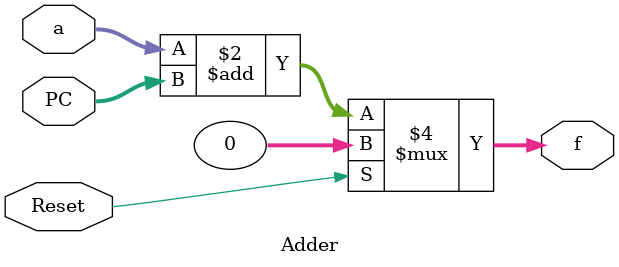
<source format=v>
module Adder #(parameter Size = 32)(
    input [Size - 1 : 0] a,
    input [31: 0] PC,
	 input Reset,
    output reg [31: 0] f
);

reg [27:0]a_concat;
    always @(*) begin
        if (Size == 32) begin
				if(Reset)
					f = 32'b0; // Standard addition for BRNCH & NEXTPC
				else
					f = a + PC;
        end else if (Size == 26) begin
				a_concat = {2'b00, a[25:0]};
            f = {PC[31:28], a_concat[27:0]}; // Concatenate upper 4 bits of PC with 'a || 00'
        end
    end
endmodule


</source>
